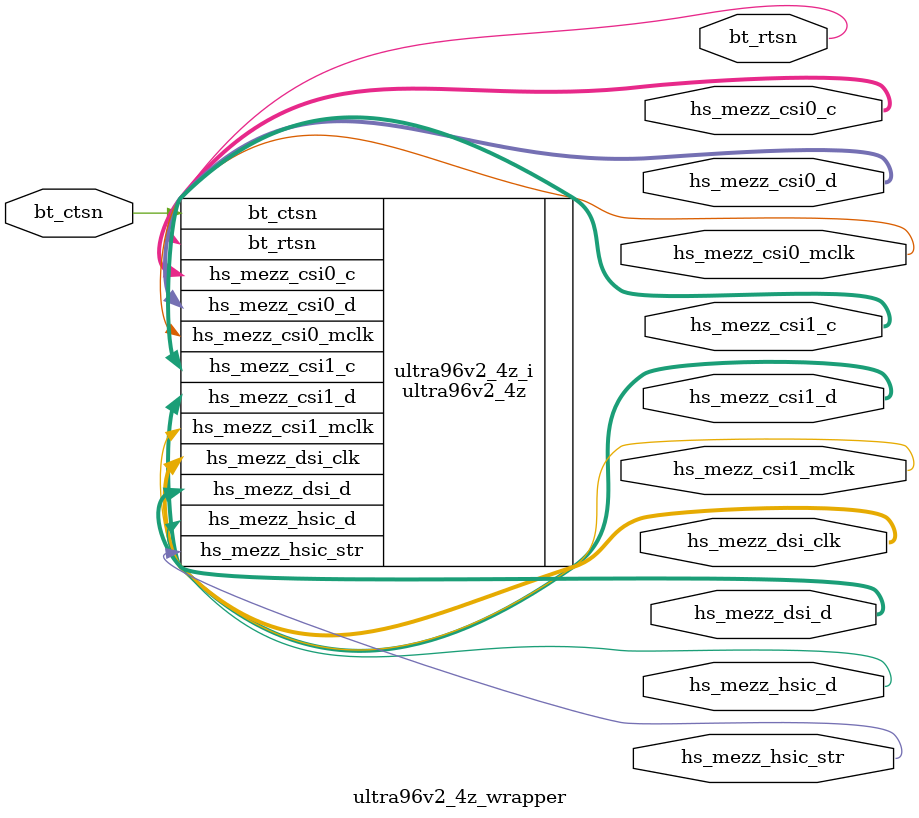
<source format=v>

`timescale 1 ps / 1 ps

module ultra96v2_4z_wrapper
   (bt_ctsn,
    bt_rtsn,
    hs_mezz_csi0_c,
    hs_mezz_csi0_d,
    hs_mezz_csi0_mclk,
    hs_mezz_csi1_c,
    hs_mezz_csi1_d,
    hs_mezz_csi1_mclk,
    hs_mezz_dsi_clk,
    hs_mezz_dsi_d,
    hs_mezz_hsic_d,
    hs_mezz_hsic_str);
  input bt_ctsn;
  output bt_rtsn;
  output [1:0]hs_mezz_csi0_c;
  output [7:0]hs_mezz_csi0_d;
  output [0:0]hs_mezz_csi0_mclk;
  output [1:0]hs_mezz_csi1_c;
  output [3:0]hs_mezz_csi1_d;
  output [0:0]hs_mezz_csi1_mclk;
  output [1:0]hs_mezz_dsi_clk;
  output [7:0]hs_mezz_dsi_d;
  output [0:0]hs_mezz_hsic_d;
  output [0:0]hs_mezz_hsic_str;

  wire bt_ctsn;
  wire bt_rtsn;
  wire [1:0]hs_mezz_csi0_c;
  wire [7:0]hs_mezz_csi0_d;
  wire [0:0]hs_mezz_csi0_mclk;
  wire [1:0]hs_mezz_csi1_c;
  wire [3:0]hs_mezz_csi1_d;
  wire [0:0]hs_mezz_csi1_mclk;
  wire [1:0]hs_mezz_dsi_clk;
  wire [7:0]hs_mezz_dsi_d;
  wire [0:0]hs_mezz_hsic_d;
  wire [0:0]hs_mezz_hsic_str;

  ultra96v2_4z ultra96v2_4z_i
       (.bt_ctsn(bt_ctsn),
        .bt_rtsn(bt_rtsn),
        .hs_mezz_csi0_c(hs_mezz_csi0_c),
        .hs_mezz_csi0_d(hs_mezz_csi0_d),
        .hs_mezz_csi0_mclk(hs_mezz_csi0_mclk),
        .hs_mezz_csi1_c(hs_mezz_csi1_c),
        .hs_mezz_csi1_d(hs_mezz_csi1_d),
        .hs_mezz_csi1_mclk(hs_mezz_csi1_mclk),
        .hs_mezz_dsi_clk(hs_mezz_dsi_clk),
        .hs_mezz_dsi_d(hs_mezz_dsi_d),
        .hs_mezz_hsic_d(hs_mezz_hsic_d),
        .hs_mezz_hsic_str(hs_mezz_hsic_str));
endmodule

</source>
